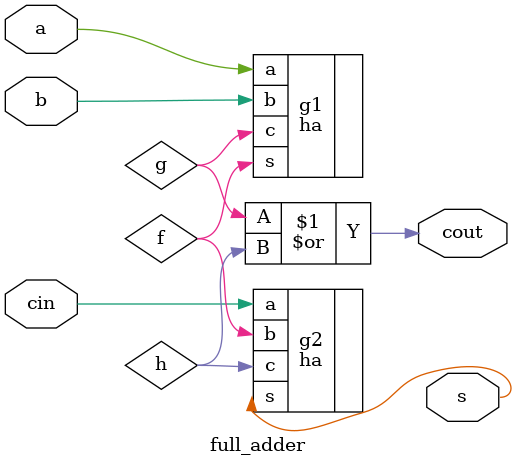
<source format=v>
`timescale 1ns / 1ps
module full_adder(
    input a,b,cin,
    output s,cout
    );
	 wire f,g,h;
	 ha g1(.s(f),.c(g),.a(a),.b(b));
	 ha g2(.s(s),.c(h),.a(cin),.b(f));
	 or g3(cout,g,h);


endmodule

</source>
